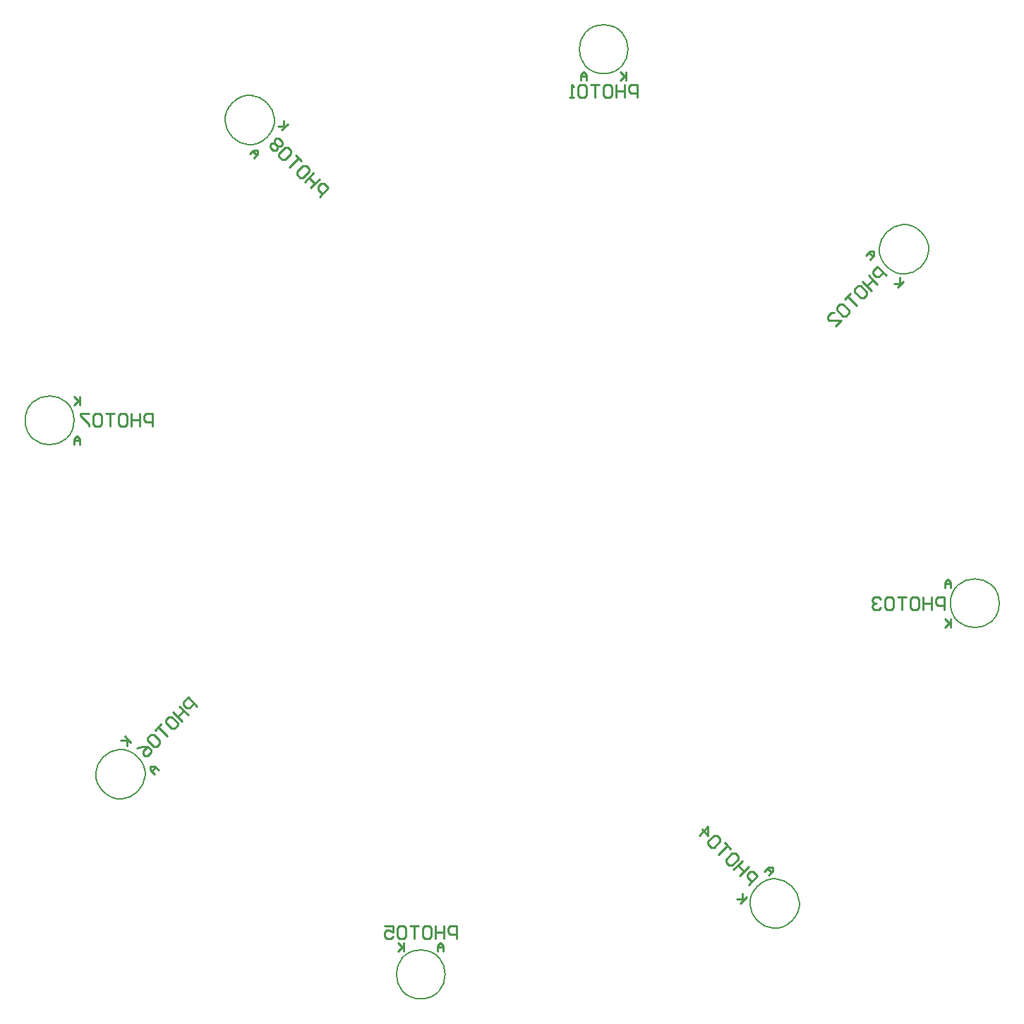
<source format=gbo>
G04*
G04 #@! TF.GenerationSoftware,Altium Limited,Altium Designer,24.6.1 (21)*
G04*
G04 Layer_Color=32896*
%FSLAX44Y44*%
%MOMM*%
G71*
G04*
G04 #@! TF.SameCoordinates,7ED302C6-E4C6-4C30-95F2-E30C317DAF44*
G04*
G04*
G04 #@! TF.FilePolarity,Positive*
G04*
G01*
G75*
%ADD13C,0.2000*%
%ADD14C,0.2540*%
D13*
X109700Y584250D02*
G03*
X109700Y525750I0J-29250D01*
G01*
D02*
G03*
X109700Y584250I0J29250D01*
G01*
X490697Y335558D02*
G03*
X449331Y294192I-20683J-20683D01*
G01*
D02*
G03*
X490697Y335558I20683J20683D01*
G01*
X-109700Y-584250D02*
G03*
X-109700Y-525750I0J29250D01*
G01*
D02*
G03*
X-109700Y-584250I0J-29250D01*
G01*
X-335553Y490693D02*
G03*
X-294187Y449327I20683J-20683D01*
G01*
D02*
G03*
X-335553Y490693I-20683J20683D01*
G01*
X294187Y-449327D02*
G03*
X335553Y-490693I20683J-20683D01*
G01*
D02*
G03*
X294187Y-449327I-20683J20683D01*
G01*
X-449327Y-294187D02*
G03*
X-490693Y-335553I-20683J-20683D01*
G01*
D02*
G03*
X-449327Y-294187I20683J20683D01*
G01*
X584250Y-109700D02*
G03*
X525750Y-109700I-29250J0D01*
G01*
D02*
G03*
X584250Y-109700I29250J0D01*
G01*
X-525750Y109700D02*
G03*
X-584250Y109700I-29250J0D01*
G01*
D02*
G03*
X-525750Y109700I29250J0D01*
G01*
D14*
X-309828Y424379D02*
X-305116Y429092D01*
X-305116Y433804D01*
X-309828Y433804D01*
X-314541Y429092D01*
X-311006Y432626D01*
X-306294Y427914D01*
X281101Y-462542D02*
X274032Y-469611D01*
X276388Y-467254D01*
X276388Y-457829D01*
X276388Y-464898D01*
X269319Y-464898D01*
X307472Y-436161D02*
X312184Y-431448D01*
X312184Y-426736D01*
X307472Y-426736D01*
X302759Y-431448D01*
X306294Y-427914D01*
X311006Y-432626D01*
X-269319Y464898D02*
X-276388Y457829D01*
X-274032Y460186D01*
X-274032Y469611D01*
X-274032Y462542D01*
X-281101Y462542D01*
X469611Y276388D02*
X462542Y269319D01*
X464898Y271676D01*
X464898Y281101D01*
X464898Y274032D01*
X457829Y274032D01*
X429092Y302759D02*
X433804Y307472D01*
X433804Y312184D01*
X429092Y312184D01*
X424379Y307472D01*
X427914Y311006D01*
X432626Y306294D01*
X89332Y517502D02*
Y524166D01*
X86000Y527498D01*
X82668Y524166D01*
Y517502D01*
Y522500D01*
X89332D01*
X136632Y527498D02*
Y517502D01*
Y520834D01*
X129968Y527498D01*
X134966Y522500D01*
X129968Y517502D01*
X-129968Y-517502D02*
Y-527498D01*
Y-524166D01*
X-136632Y-517502D01*
X-131634Y-522500D01*
X-136632Y-527498D01*
X-82668Y-527498D02*
Y-520834D01*
X-86000Y-517502D01*
X-89332Y-520834D01*
Y-527498D01*
Y-522500D01*
X-82668D01*
X-66534Y-512118D02*
Y-496883D01*
X-74152D01*
X-76691Y-499422D01*
Y-504500D01*
X-74152Y-507039D01*
X-66534D01*
X-81769Y-496883D02*
Y-512118D01*
Y-504500D01*
X-91926D01*
Y-496883D01*
Y-512118D01*
X-104622Y-496883D02*
X-99543D01*
X-97004Y-499422D01*
Y-509578D01*
X-99543Y-512118D01*
X-104622D01*
X-107161Y-509578D01*
Y-499422D01*
X-104622Y-496883D01*
X-112239D02*
X-122396D01*
X-117317D01*
Y-512118D01*
X-135092Y-496883D02*
X-130014D01*
X-127474Y-499422D01*
Y-509578D01*
X-130014Y-512118D01*
X-135092D01*
X-137631Y-509578D01*
Y-499422D01*
X-135092Y-496883D01*
X-152866D02*
X-142709D01*
Y-504500D01*
X-147788Y-501961D01*
X-150327D01*
X-152866Y-504500D01*
Y-509578D01*
X-150327Y-512118D01*
X-145248D01*
X-142709Y-509578D01*
X525832Y-90998D02*
Y-84334D01*
X522500Y-81002D01*
X519168Y-84334D01*
Y-90998D01*
Y-86000D01*
X525832D01*
Y-128302D02*
Y-138298D01*
Y-134966D01*
X519168Y-128302D01*
X524166Y-133300D01*
X519168Y-138298D01*
X-519168Y138298D02*
Y128302D01*
Y131634D01*
X-525832Y138298D01*
X-520834Y133300D01*
X-525832Y128302D01*
X-519168Y81002D02*
Y87666D01*
X-522500Y90998D01*
X-525832Y87666D01*
Y81002D01*
Y86000D01*
X-519168D01*
X-464898Y-269319D02*
X-457829Y-276388D01*
X-460186Y-274032D01*
X-469611Y-274032D01*
X-462542Y-274032D01*
X-462542Y-281101D01*
X-424379Y-309828D02*
X-429092Y-305116D01*
X-433804Y-305116D01*
X-433804Y-309828D01*
X-429092Y-314541D01*
X-432626Y-311006D01*
X-427914Y-306294D01*
X-231213Y377621D02*
X-220441Y388393D01*
X-225827Y393780D01*
X-229418D01*
X-233009Y390189D01*
Y386598D01*
X-227623Y381212D01*
X-231213Y399166D02*
X-241986Y388393D01*
X-236600Y393780D01*
X-243782Y400962D01*
X-238395Y406348D01*
X-249168Y395575D01*
X-247373Y415326D02*
X-243782Y411735D01*
Y408144D01*
X-250964Y400962D01*
X-254555D01*
X-258146Y404553D01*
Y408144D01*
X-250964Y415326D01*
X-247373D01*
X-252759Y420712D02*
X-259941Y427894D01*
X-256350Y424303D01*
X-267123Y413530D01*
X-268918Y436871D02*
X-265327Y433280D01*
Y429689D01*
X-272509Y422507D01*
X-276100D01*
X-279691Y426098D01*
Y429689D01*
X-272509Y436871D01*
X-268918D01*
X-276100Y440462D02*
Y444053D01*
X-279691Y447644D01*
X-283282D01*
X-285077Y445849D01*
Y442257D01*
X-288668D01*
X-290464Y440462D01*
Y436871D01*
X-286873Y433280D01*
X-283282D01*
X-281487Y435076D01*
Y438667D01*
X-277896D01*
X-276100Y440462D01*
X-281487Y438667D02*
X-285077Y442257D01*
X-431834Y102282D02*
Y117517D01*
X-439451D01*
X-441991Y114978D01*
Y109900D01*
X-439451Y107361D01*
X-431834D01*
X-447069Y117517D02*
Y102282D01*
Y109900D01*
X-457226D01*
Y117517D01*
Y102282D01*
X-469922Y117517D02*
X-464843D01*
X-462304Y114978D01*
Y104822D01*
X-464843Y102282D01*
X-469922D01*
X-472461Y104822D01*
Y114978D01*
X-469922Y117517D01*
X-477539D02*
X-487696D01*
X-482617D01*
Y102282D01*
X-500392Y117517D02*
X-495313D01*
X-492774Y114978D01*
Y104822D01*
X-495313Y102282D01*
X-500392D01*
X-502931Y104822D01*
Y114978D01*
X-500392Y117517D01*
X-508009D02*
X-518166D01*
Y114978D01*
X-508009Y104822D01*
Y102282D01*
X-378081Y-233253D02*
X-388854Y-222480D01*
X-394240Y-227866D01*
Y-231457D01*
X-390649Y-235048D01*
X-387058D01*
X-381672Y-229662D01*
X-399627Y-233253D02*
X-388854Y-244026D01*
X-394240Y-238639D01*
X-401422Y-245821D01*
X-406809Y-240435D01*
X-396036Y-251208D01*
X-415786Y-249412D02*
X-412195Y-245821D01*
X-408604D01*
X-401422Y-253003D01*
Y-256594D01*
X-405013Y-260185D01*
X-408604D01*
X-415786Y-253003D01*
Y-249412D01*
X-421172Y-254799D02*
X-428354Y-261980D01*
X-424763Y-258389D01*
X-413991Y-269162D01*
X-437332Y-270958D02*
X-433741Y-267367D01*
X-430150D01*
X-422968Y-274549D01*
Y-278140D01*
X-426559Y-281731D01*
X-430150D01*
X-437332Y-274549D01*
Y-270958D01*
X-449900Y-283526D02*
X-444514Y-281731D01*
X-437332D01*
X-433741Y-285322D01*
Y-288913D01*
X-437332Y-292503D01*
X-440923D01*
X-442718Y-290708D01*
Y-287117D01*
X-437332Y-281731D01*
X283526Y-447400D02*
X294299Y-436627D01*
X288913Y-431241D01*
X285322D01*
X281731Y-434832D01*
Y-438423D01*
X287117Y-443809D01*
X283526Y-425854D02*
X272753Y-436627D01*
X278140Y-431241D01*
X270958Y-424059D01*
X276344Y-418672D01*
X265571Y-429445D01*
X267367Y-409695D02*
X270958Y-413286D01*
Y-416877D01*
X263776Y-424059D01*
X260185D01*
X256594Y-420468D01*
Y-416877D01*
X263776Y-409695D01*
X267367D01*
X261980Y-404309D02*
X254799Y-397127D01*
X258389Y-400718D01*
X247617Y-411491D01*
X245821Y-388149D02*
X249412Y-391740D01*
Y-395331D01*
X242230Y-402513D01*
X238639D01*
X235048Y-398922D01*
Y-395331D01*
X242230Y-388149D01*
X245821D01*
X224275D02*
X235048Y-377377D01*
Y-388149D01*
X227866Y-380967D01*
X518166Y-117317D02*
Y-102083D01*
X510549D01*
X508009Y-104622D01*
Y-109700D01*
X510549Y-112239D01*
X518166D01*
X502931Y-102083D02*
Y-117317D01*
Y-109700D01*
X492774D01*
Y-102083D01*
Y-117317D01*
X480078Y-102083D02*
X485157D01*
X487696Y-104622D01*
Y-114778D01*
X485157Y-117317D01*
X480078D01*
X477539Y-114778D01*
Y-104622D01*
X480078Y-102083D01*
X472461D02*
X462304D01*
X467383D01*
Y-117317D01*
X449608Y-102083D02*
X454687D01*
X457226Y-104622D01*
Y-114778D01*
X454687Y-117317D01*
X449608D01*
X447069Y-114778D01*
Y-104622D01*
X449608Y-102083D01*
X441991Y-104622D02*
X439451Y-102083D01*
X434373D01*
X431834Y-104622D01*
Y-107161D01*
X434373Y-109700D01*
X436912D01*
X434373D01*
X431834Y-112239D01*
Y-114778D01*
X434373Y-117317D01*
X439451D01*
X441991Y-114778D01*
X448884Y283531D02*
X438111Y294304D01*
X432724Y288917D01*
Y285326D01*
X436315Y281735D01*
X439906D01*
X445293Y287122D01*
X427338Y283531D02*
X438111Y272758D01*
X432724Y278145D01*
X425543Y270963D01*
X420156Y276349D01*
X430929Y265576D01*
X411179Y267372D02*
X414770Y270963D01*
X418361D01*
X425543Y263781D01*
Y260190D01*
X421952Y256599D01*
X418361D01*
X411179Y263781D01*
Y267372D01*
X405792Y261985D02*
X398610Y254804D01*
X402201Y258394D01*
X412974Y247622D01*
X389633Y245826D02*
X393224Y249417D01*
X396815D01*
X403997Y242235D01*
Y238644D01*
X400406Y235053D01*
X396815D01*
X389633Y242235D01*
Y245826D01*
X387838Y222485D02*
X395020Y229667D01*
X380656D01*
X378860Y231462D01*
Y235053D01*
X382451Y238644D01*
X386042D01*
X150327Y496883D02*
Y512118D01*
X142709D01*
X140170Y509578D01*
Y504500D01*
X142709Y501961D01*
X150327D01*
X135092Y512118D02*
Y496883D01*
Y504500D01*
X124935D01*
Y512118D01*
Y496883D01*
X112239Y512118D02*
X117317D01*
X119857Y509578D01*
Y499422D01*
X117317Y496883D01*
X112239D01*
X109700Y499422D01*
Y509578D01*
X112239Y512118D01*
X104622D02*
X94465D01*
X99543D01*
Y496883D01*
X81769Y512118D02*
X86847D01*
X89387Y509578D01*
Y499422D01*
X86847Y496883D01*
X81769D01*
X79230Y499422D01*
Y509578D01*
X81769Y512118D01*
X74152Y496883D02*
X69073D01*
X71612D01*
Y512118D01*
X74152Y509578D01*
M02*

</source>
